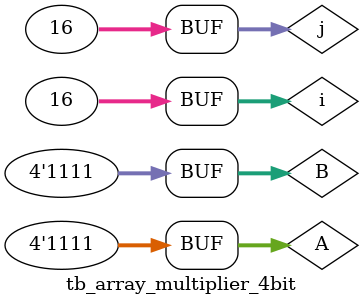
<source format=sv>
`timescale 1ns/1ps

module tb_array_multiplier_4bit;
    reg [3:0] A, B;
    wire [7:0] P;
    integer i, j;

    // Instantiate the DUT (Device Under Test)
    array_multiplier_4bit dut(A, B, P);

    initial begin
        $monitor($time, "ns\t A=%b, B=%b, P=%b", A, B, P);
        
        for (i = 0; i < 16; i = i + 1) begin
            for (j = 0; j < 16; j = j + 1) begin
                A = i;
                B = j;
                #5;
            end
        end
    end

    initial begin
        $dumpfile("array_multiplier_4bit.vcd");
        $dumpvars(1, dut);
    end
endmodule

</source>
